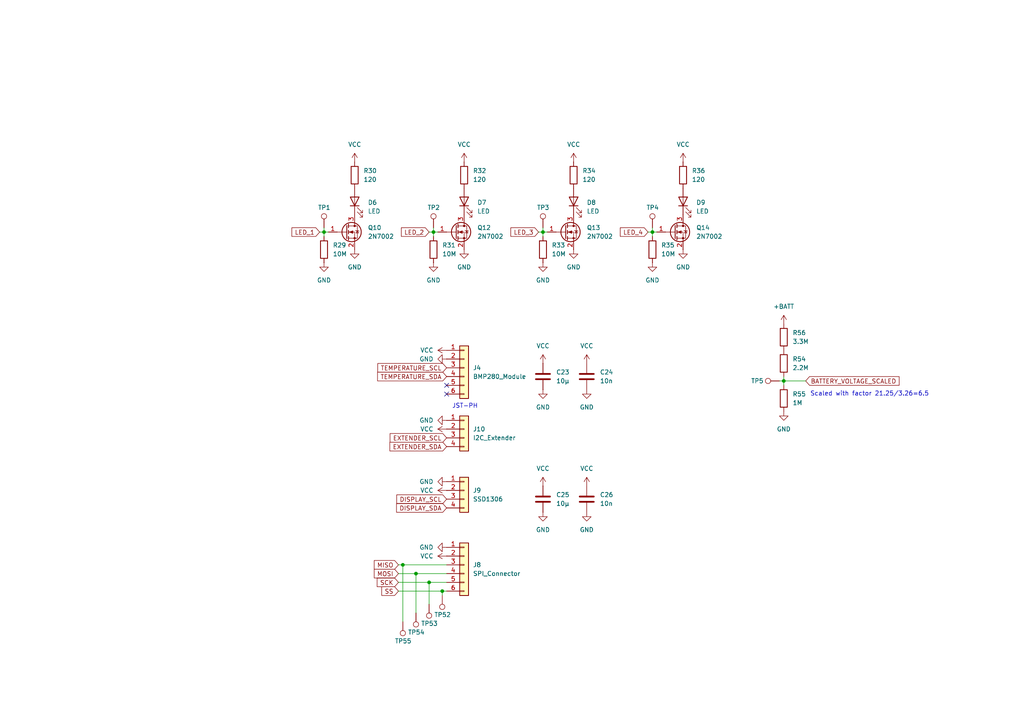
<source format=kicad_sch>
(kicad_sch (version 20231120) (generator "eeschema") (generator_version "8.0")
  (paper "A4")
  (title_block (date "2024-10-11") (rev "V0.2"))
  (lib_symbols
    (symbol "Connector:TestPoint" (pin_numbers hide) (pin_names (offset 0.762) hide)
      (property "Reference" "TP" (at 0 6.858 0))
      (property "Value" "TestPoint" (at 0 5.08 0))
      (symbol "TestPoint_0_1"
        (circle (center 0 3.302) (radius 0.762))
      )
      (symbol "TestPoint_1_1"
        (pin passive line (at 0 0 90) (length 2.54) (name "1") (number "1"))
      )
    )
    (symbol "Connector_Generic:Conn_01x04" (pin_names (offset 1.016) hide)
      (property "Reference" "J" (at 0 5.08 0))
      (property "Value" "Conn_01x04" (at 0 -7.62 0))
      (symbol "Conn_01x04_1_1"
        (rectangle (start -1.27 -4.953) (end 0 -5.207) (stroke (width 0.1524)))
        (rectangle (start -1.27 -2.413) (end 0 -2.667) (stroke (width 0.1524)))
        (rectangle (start -1.27 0.127) (end 0 -0.127) (stroke (width 0.1524)))
        (rectangle (start -1.27 2.667) (end 0 2.413) (stroke (width 0.1524)))
        (rectangle (start -1.27 3.81) (end 1.27 -6.35) (stroke (width 0.254)) (fill (type background)))
        (pin passive line (at -5.08 2.54 0) (length 3.81) (name "Pin_1") (number "1"))
        (pin passive line (at -5.08 0 0) (length 3.81) (name "Pin_2") (number "2"))
        (pin passive line (at -5.08 -2.54 0) (length 3.81) (name "Pin_3") (number "3"))
        (pin passive line (at -5.08 -5.08 0) (length 3.81) (name "Pin_4") (number "4"))
      )
    )
    (symbol "Connector_Generic:Conn_01x06" (pin_names (offset 1.016) hide)
      (property "Reference" "J" (at 0 7.62 0))
      (property "Value" "Conn_01x06" (at 0 -10.16 0))
      (symbol "Conn_01x06_1_1"
        (rectangle (start -1.27 -7.493) (end 0 -7.747) (stroke (width 0.1524)))
        (rectangle (start -1.27 -4.953) (end 0 -5.207) (stroke (width 0.1524)))
        (rectangle (start -1.27 -2.413) (end 0 -2.667) (stroke (width 0.1524)))
        (rectangle (start -1.27 0.127) (end 0 -0.127) (stroke (width 0.1524)))
        (rectangle (start -1.27 2.667) (end 0 2.413) (stroke (width 0.1524)))
        (rectangle (start -1.27 5.207) (end 0 4.953) (stroke (width 0.1524)))
        (rectangle (start -1.27 6.35) (end 1.27 -8.89) (stroke (width 0.254)) (fill (type background)))
        (pin passive line (at -5.08 5.08 0) (length 3.81) (name "Pin_1") (number "1"))
        (pin passive line (at -5.08 2.54 0) (length 3.81) (name "Pin_2") (number "2"))
        (pin passive line (at -5.08 0 0) (length 3.81) (name "Pin_3") (number "3"))
        (pin passive line (at -5.08 -2.54 0) (length 3.81) (name "Pin_4") (number "4"))
        (pin passive line (at -5.08 -5.08 0) (length 3.81) (name "Pin_5") (number "5"))
        (pin passive line (at -5.08 -7.62 0) (length 3.81) (name "Pin_6") (number "6"))
      )
    )
    (symbol "Device:C" (pin_numbers hide) (pin_names (offset 0.254))
      (property "Reference" "C" (at 0.635 2.54 0))
      (property "Value" "C" (at 0.635 -2.54 0))
      (symbol "C_0_1"
        (polyline (pts (xy -2.032 -0.762) (xy 2.032 -0.762)) (stroke (width 0.508)))
        (polyline (pts (xy -2.032 0.762) (xy 2.032 0.762)) (stroke (width 0.508)))
      )
      (symbol "C_1_1"
        (pin passive line (at 0 3.81 270) (length 2.794) (name "~") (number "1"))
        (pin passive line (at 0 -3.81 90) (length 2.794) (name "~") (number "2"))
      )
    )
    (symbol "Device:LED" (pin_numbers hide) (pin_names (offset 1.016) hide)
      (property "Reference" "D" (at 0 2.54 0))
      (property "Value" "LED" (at 0 -2.54 0))
      (symbol "LED_0_1"
        (polyline (pts (xy -1.27 -1.27) (xy -1.27 1.27)) (stroke (width 0.254)))
        (polyline (pts (xy -1.27 0) (xy 1.27 0)))
        (polyline (pts (xy 1.27 -1.27) (xy 1.27 1.27) (xy -1.27 0) (xy 1.27 -1.27)) (stroke (width 0.254)))
        (polyline (pts (xy -3.048 -0.762) (xy -4.572 -2.286) (xy -3.81 -2.286) (xy -4.572 -2.286) (xy -4.572 -1.524)))
        (polyline (pts (xy -1.778 -0.762) (xy -3.302 -2.286) (xy -2.54 -2.286) (xy -3.302 -2.286) (xy -3.302 -1.524)))
      )
      (symbol "LED_1_1"
        (pin passive line (at -3.81 0 0) (length 2.54) (name "K") (number "1"))
        (pin passive line (at 3.81 0 180) (length 2.54) (name "A") (number "2"))
      )
    )
    (symbol "Device:R" (pin_numbers hide) (pin_names (offset 0))
      (property "Reference" "R" (at 2.032 0 90))
      (property "Value" "R" (at 0 0 90))
      (symbol "R_0_1"
        (rectangle (start -1.016 -2.54) (end 1.016 2.54) (stroke (width 0.254)))
      )
      (symbol "R_1_1"
        (pin passive line (at 0 3.81 270) (length 1.27) (name "~") (number "1"))
        (pin passive line (at 0 -3.81 90) (length 1.27) (name "~") (number "2"))
      )
    )
    (symbol "Transistor_FET:2N7002" (pin_names hide)
      (property "Reference" "Q" (at 5.08 1.905 0))
      (property "Value" "2N7002" (at 5.08 0 0))
      (symbol "2N7002_0_1"
        (polyline (pts (xy 0.254 0) (xy -2.54 0)))
        (polyline (pts (xy 0.254 1.905) (xy 0.254 -1.905)) (stroke (width 0.254)))
        (polyline (pts (xy 0.762 -1.27) (xy 0.762 -2.286)) (stroke (width 0.254)))
        (polyline (pts (xy 0.762 0.508) (xy 0.762 -0.508)) (stroke (width 0.254)))
        (polyline (pts (xy 0.762 2.286) (xy 0.762 1.27)) (stroke (width 0.254)))
        (polyline (pts (xy 2.54 2.54) (xy 2.54 1.778)))
        (polyline (pts (xy 2.54 -2.54) (xy 2.54 0) (xy 0.762 0)))
        (polyline (pts (xy 0.762 -1.778) (xy 3.302 -1.778) (xy 3.302 1.778) (xy 0.762 1.778)))
        (polyline (pts (xy 1.016 0) (xy 2.032 0.381) (xy 2.032 -0.381) (xy 1.016 0)) (fill (type outline)))
        (polyline (pts (xy 2.794 0.508) (xy 2.921 0.381) (xy 3.683 0.381) (xy 3.81 0.254)))
        (polyline (pts (xy 3.302 0.381) (xy 2.921 -0.254) (xy 3.683 -0.254) (xy 3.302 0.381)))
        (circle (center 1.651 0) (radius 2.794) (stroke (width 0.254)))
        (circle (center 2.54 -1.778) (radius 0.254) (fill (type outline)))
        (circle (center 2.54 1.778) (radius 0.254) (fill (type outline)))
      )
      (symbol "2N7002_1_1"
        (pin input line (at -5.08 0 0) (length 2.54) (name "G") (number "1"))
        (pin passive line (at 2.54 -5.08 90) (length 2.54) (name "S") (number "2"))
        (pin passive line (at 2.54 5.08 270) (length 2.54) (name "D") (number "3"))
      )
    )
    (symbol "power:+BATT" (power) (pin_numbers hide) (pin_names (offset 0) hide)
      (property "Value" "+BATT" (at 0 3.556 0))
      (symbol "+BATT_0_1"
        (polyline (pts (xy -0.762 1.27) (xy 0 2.54)))
        (polyline (pts (xy 0 0) (xy 0 2.54)))
        (polyline (pts (xy 0 2.54) (xy 0.762 1.27)))
      )
      (symbol "+BATT_1_1"
        (pin power_in line (at 0 0 90) (length 0) (name "~") (number "1"))
      )
    )
    (symbol "power:GND" (power) (pin_numbers hide) (pin_names (offset 0) hide)
      (property "Value" "GND" (at 0 -3.81 0))
      (symbol "GND_0_1"
        (polyline (pts (xy 0 0) (xy 0 -1.27) (xy 1.27 -1.27) (xy 0 -2.54) (xy -1.27 -1.27) (xy 0 -1.27)))
      )
      (symbol "GND_1_1"
        (pin power_in line (at 0 0 270) (length 0) (name "~") (number "1"))
      )
    )
    (symbol "power:VCC" (power) (pin_numbers hide) (pin_names (offset 0) hide)
      (property "Value" "VCC" (at 0 3.556 0))
      (symbol "VCC_0_1"
        (polyline (pts (xy -0.762 1.27) (xy 0 2.54)))
        (polyline (pts (xy 0 0) (xy 0 2.54)))
        (polyline (pts (xy 0 2.54) (xy 0.762 1.27)))
      )
      (symbol "VCC_1_1"
        (pin power_in line (at 0 0 90) (length 0) (name "~") (number "1"))
      )
    )
  )
  (junction (at 189.23 67.31))
  (junction (at 120.65 166.37))
  (junction (at 227.33 110.49))
  (junction (at 157.48 67.31))
  (junction (at 93.98 67.31))
  (junction (at 125.73 67.31))
  (junction (at 124.46 168.91))
  (junction (at 116.84 163.83))
  (junction (at 128.27 171.45))
  (no_connect (at 129.54 111.76))
  (no_connect (at 129.54 114.3))
  (wire (pts (xy 115.57 171.45) (xy 128.27 171.45)))
  (wire (pts (xy 116.84 163.83) (xy 129.54 163.83)))
  (wire (pts (xy 227.33 110.49) (xy 233.68 110.49)))
  (wire (pts (xy 128.27 172.72) (xy 128.27 171.45)))
  (wire (pts (xy 115.57 168.91) (xy 124.46 168.91)))
  (wire (pts (xy 125.73 68.58) (xy 125.73 67.31)))
  (wire (pts (xy 189.23 67.31) (xy 190.5 67.31)))
  (wire (pts (xy 124.46 168.91) (xy 124.46 175.26)))
  (wire (pts (xy 227.33 109.22) (xy 227.33 110.49)))
  (wire (pts (xy 93.98 66.04) (xy 93.98 67.31)))
  (wire (pts (xy 120.65 166.37) (xy 129.54 166.37)))
  (wire (pts (xy 92.71 67.31) (xy 93.98 67.31)))
  (wire (pts (xy 115.57 166.37) (xy 120.65 166.37)))
  (wire (pts (xy 124.46 67.31) (xy 125.73 67.31)))
  (wire (pts (xy 226.06 110.49) (xy 227.33 110.49)))
  (wire (pts (xy 128.27 171.45) (xy 129.54 171.45)))
  (wire (pts (xy 124.46 168.91) (xy 129.54 168.91)))
  (wire (pts (xy 187.96 67.31) (xy 189.23 67.31)))
  (wire (pts (xy 120.65 166.37) (xy 120.65 177.8)))
  (wire (pts (xy 156.21 67.31) (xy 157.48 67.31)))
  (wire (pts (xy 115.57 163.83) (xy 116.84 163.83)))
  (wire (pts (xy 157.48 68.58) (xy 157.48 67.31)))
  (wire (pts (xy 125.73 67.31) (xy 127 67.31)))
  (wire (pts (xy 227.33 110.49) (xy 227.33 111.76)))
  (wire (pts (xy 125.73 66.04) (xy 125.73 67.31)))
  (wire (pts (xy 116.84 163.83) (xy 116.84 180.34)))
  (wire (pts (xy 157.48 66.04) (xy 157.48 67.31)))
  (wire (pts (xy 189.23 66.04) (xy 189.23 67.31)))
  (wire (pts (xy 157.48 67.31) (xy 158.75 67.31)))
  (wire (pts (xy 93.98 67.31) (xy 95.25 67.31)))
  (wire (pts (xy 189.23 68.58) (xy 189.23 67.31)))
  (wire (pts (xy 93.98 68.58) (xy 93.98 67.31)))
  (text "JST-PH" (at 134.874 117.856 0) (effects (font (size 1.27 1.27))))
  (text "Scaled with factor 21.25/3.26=6.5" (at 252.222 114.3 0) (effects (font (size 1.27 1.27))))
  (global_label "EXTENDER_SCL" (shape input) (at 129.54 127 180) (property "Intersheetrefs" "${INTERSHEET_REFS}" (effects (hide yes))))
  (global_label "SS" (shape input) (at 115.57 171.45 180) (property "Intersheetrefs" "${INTERSHEET_REFS}" (effects (hide yes))))
  (global_label "BATTERY_VOLTAGE_SCALED" (shape input) (at 233.68 110.49 0) (property "Intersheetrefs" "${INTERSHEET_REFS}" (effects (hide yes))))
  (global_label "TEMPERATURE_SCL" (shape input) (at 129.54 106.68 180) (property "Intersheetrefs" "${INTERSHEET_REFS}" (effects (hide yes))))
  (global_label "LED_1" (shape input) (at 92.71 67.31 180) (property "Intersheetrefs" "${INTERSHEET_REFS}" (effects (hide yes))))
  (global_label "DISPLAY_SCL" (shape input) (at 129.54 144.78 180) (property "Intersheetrefs" "${INTERSHEET_REFS}" (effects (hide yes))))
  (global_label "SCK" (shape input) (at 115.57 168.91 180) (property "Intersheetrefs" "${INTERSHEET_REFS}" (effects (hide yes))))
  (global_label "MISO" (shape input) (at 115.57 163.83 180) (property "Intersheetrefs" "${INTERSHEET_REFS}" (effects (hide yes))))
  (global_label "LED_4" (shape input) (at 187.96 67.31 180) (property "Intersheetrefs" "${INTERSHEET_REFS}" (effects (hide yes))))
  (global_label "EXTENDER_SDA" (shape input) (at 129.54 129.54 180) (property "Intersheetrefs" "${INTERSHEET_REFS}" (effects (hide yes))))
  (global_label "MOSI" (shape input) (at 115.57 166.37 180) (property "Intersheetrefs" "${INTERSHEET_REFS}" (effects (hide yes))))
  (global_label "LED_3" (shape input) (at 156.21 67.31 180) (property "Intersheetrefs" "${INTERSHEET_REFS}" (effects (hide yes))))
  (global_label "DISPLAY_SDA" (shape input) (at 129.54 147.32 180) (property "Intersheetrefs" "${INTERSHEET_REFS}" (effects (hide yes))))
  (global_label "TEMPERATURE_SDA" (shape input) (at 129.54 109.22 180) (property "Intersheetrefs" "${INTERSHEET_REFS}" (effects (hide yes))))
  (global_label "LED_2" (shape input) (at 124.46 67.31 180) (property "Intersheetrefs" "${INTERSHEET_REFS}" (effects (hide yes))))
  (symbol (lib_id "Connector:TestPoint") (at 124.46 175.26 180) (unit 1)
    (property "Reference" "TP53" (at 127 180.848 0) (effects (justify left)))
    (property "Value" "TestPoint" (effects (hide yes)))
    (property "Footprint" "TestPoint:TestPoint_Pad_D1.5mm" (effects (hide yes)))
    (property "Description" "test point" (effects (hide yes)))
  )
  (symbol (lib_id "Device:R") (at 93.98 72.39 0) (unit 1)
    (property "Reference" "R29" (at 96.52 71.1199 0) (effects (justify left)))
    (property "Value" "10M" (at 96.52 73.6599 0) (effects (justify left)))
    (property "Footprint" "Resistor_SMD:R_0805_2012Metric_Pad1.20x1.40mm_HandSolder" (effects (hide yes)))
    (property "Description" "Resistor" (effects (hide yes)))
  )
  (symbol (lib_id "Connector:TestPoint") (at 189.23 66.04 0) (unit 1)
    (property "Reference" "TP4" (at 187.452 60.198 0) (effects (justify left)))
    (property "Value" "TestPoint" (effects (hide yes)))
    (property "Footprint" "TestPoint:TestPoint_Pad_D1.5mm" (effects (hide yes)))
    (property "Description" "test point" (effects (hide yes)))
  )
  (symbol (lib_id "Connector:TestPoint") (at 93.98 66.04 0) (unit 1)
    (property "Reference" "TP1" (at 92.202 60.198 0) (effects (justify left)))
    (property "Value" "TestPoint" (effects (hide yes)))
    (property "Footprint" "TestPoint:TestPoint_Pad_D1.5mm" (effects (hide yes)))
    (property "Description" "test point" (effects (hide yes)))
  )
  (symbol (lib_id "power:GND") (at 129.54 121.92 270) (unit 1)
    (property "Reference" "#PWR0143" (effects (hide yes)))
    (property "Value" "GND" (at 125.73 121.9199 90) (effects (justify right)))
    (property "Description" "Power symbol creates a global label with name \"GND\" , ground" (effects (hide yes)))
  )
  (symbol (lib_id "Device:LED") (at 166.37 58.42 90) (unit 1)
    (property "Reference" "D8" (at 170.18 58.7374 90) (effects (justify right)))
    (property "Value" "LED" (at 170.18 61.2774 90) (effects (justify right)))
    (property "Footprint" "LED_SMD:LED_0805_2012Metric_Pad1.15x1.40mm_HandSolder" (effects (hide yes)))
    (property "Description" "Light emitting diode" (effects (hide yes)))
  )
  (symbol (lib_id "power:GND") (at 166.37 72.39 0) (unit 1)
    (property "Reference" "#PWR0121" (effects (hide yes)))
    (property "Value" "GND" (at 166.37 77.47 0))
    (property "Description" "Power symbol creates a global label with name \"GND\" , ground" (effects (hide yes)))
  )
  (symbol (lib_id "Connector_Generic:Conn_01x04") (at 134.62 142.24 0) (unit 1)
    (property "Reference" "J9" (at 137.16 142.2399 0) (effects (justify left)))
    (property "Value" "SSD1306" (at 137.16 144.7799 0) (effects (justify left)))
    (property "Footprint" "Connector_JST:JST_PH_B4B-PH-K_1x04_P2.00mm_Vertical" (effects (hide yes)))
    (property "Description" "Generic connector, single row, 01x04, script generated (kicad-library-utils/schlib/autogen/connector/)" (effects (hide yes)))
  )
  (symbol (lib_id "Connector:TestPoint") (at 120.65 177.8 180) (unit 1)
    (property "Reference" "TP54" (at 123.19 183.388 0) (effects (justify left)))
    (property "Value" "TestPoint" (effects (hide yes)))
    (property "Footprint" "TestPoint:TestPoint_Pad_D1.5mm" (effects (hide yes)))
    (property "Description" "test point" (effects (hide yes)))
  )
  (symbol (lib_id "Device:C") (at 157.48 144.78 0) (unit 1)
    (property "Reference" "C25" (at 161.29 143.5099 0) (effects (justify left)))
    (property "Value" "10µ" (at 161.29 146.0499 0) (effects (justify left)))
    (property "Footprint" "Capacitor_SMD:C_0805_2012Metric_Pad1.18x1.45mm_HandSolder" (effects (hide yes)))
    (property "Description" "Unpolarized capacitor" (effects (hide yes)))
  )
  (symbol (lib_id "Device:C") (at 170.18 109.22 0) (unit 1)
    (property "Reference" "C24" (at 173.99 107.9499 0) (effects (justify left)))
    (property "Value" "10n" (at 173.99 110.4899 0) (effects (justify left)))
    (property "Footprint" "Capacitor_SMD:C_0805_2012Metric_Pad1.18x1.45mm_HandSolder" (effects (hide yes)))
    (property "Description" "Unpolarized capacitor" (effects (hide yes)))
  )
  (symbol (lib_id "power:VCC") (at 157.48 140.97 0) (unit 1)
    (property "Reference" "#PWR089" (effects (hide yes)))
    (property "Value" "VCC" (at 157.48 135.89 0))
    (property "Description" "Power symbol creates a global label with name \"VCC\"" (effects (hide yes)))
  )
  (symbol (lib_id "Transistor_FET:2N7002") (at 100.33 67.31 0) (unit 1)
    (property "Reference" "Q10" (at 106.68 66.0399 0) (effects (justify left)))
    (property "Value" "2N7002" (at 106.68 68.5799 0) (effects (justify left)))
    (property "Footprint" "Package_TO_SOT_SMD:SOT-23" (effects (hide yes)))
    (property "Datasheet" "https://www.onsemi.com/pub/Collateral/NDS7002A-D.PDF" (effects (hide yes)))
    (property "Description" "0.115A Id, 60V Vds, N-Channel MOSFET, SOT-23" (effects (hide yes)))
  )
  (symbol (lib_id "power:GND") (at 198.12 72.39 0) (unit 1)
    (property "Reference" "#PWR0124" (effects (hide yes)))
    (property "Value" "GND" (at 198.12 77.47 0))
    (property "Description" "Power symbol creates a global label with name \"GND\" , ground" (effects (hide yes)))
  )
  (symbol (lib_id "power:VCC") (at 157.48 105.41 0) (unit 1)
    (property "Reference" "#PWR085" (effects (hide yes)))
    (property "Value" "VCC" (at 157.48 100.33 0))
    (property "Description" "Power symbol creates a global label with name \"VCC\"" (effects (hide yes)))
  )
  (symbol (lib_id "power:VCC") (at 129.54 142.24 90) (unit 1)
    (property "Reference" "#PWR035" (effects (hide yes)))
    (property "Value" "VCC" (at 125.73 142.2399 90) (effects (justify left)))
    (property "Description" "Power symbol creates a global label with name \"VCC\"" (effects (hide yes)))
  )
  (symbol (lib_id "power:GND") (at 134.62 72.39 0) (unit 1)
    (property "Reference" "#PWR0118" (effects (hide yes)))
    (property "Value" "GND" (at 134.62 77.47 0))
    (property "Description" "Power symbol creates a global label with name \"GND\" , ground" (effects (hide yes)))
  )
  (symbol (lib_id "Connector:TestPoint") (at 128.27 172.72 180) (unit 1)
    (property "Reference" "TP52" (at 130.81 178.308 0) (effects (justify left)))
    (property "Value" "TestPoint" (effects (hide yes)))
    (property "Footprint" "TestPoint:TestPoint_Pad_D1.5mm" (effects (hide yes)))
    (property "Description" "test point" (effects (hide yes)))
  )
  (symbol (lib_id "power:+BATT") (at 227.33 93.98 0) (unit 1)
    (property "Reference" "#PWR0141" (effects (hide yes)))
    (property "Value" "+BATT" (at 227.33 88.9 0))
    (property "Description" "Power symbol creates a global label with name \"+BATT\"" (effects (hide yes)))
  )
  (symbol (lib_id "Connector:TestPoint") (at 226.06 110.49 90) (unit 1)
    (property "Reference" "TP5" (at 221.488 110.49 90) (effects (justify left)))
    (property "Value" "TestPoint" (effects (hide yes)))
    (property "Footprint" "TestPoint:TestPoint_Pad_D1.5mm" (effects (hide yes)))
    (property "Description" "test point" (effects (hide yes)))
  )
  (symbol (lib_id "power:GND") (at 227.33 119.38 0) (unit 1)
    (property "Reference" "#PWR0142" (effects (hide yes)))
    (property "Value" "GND" (at 227.33 124.46 0))
    (property "Description" "Power symbol creates a global label with name \"GND\" , ground" (effects (hide yes)))
  )
  (symbol (lib_id "Transistor_FET:2N7002") (at 132.08 67.31 0) (unit 1)
    (property "Reference" "Q12" (at 138.43 66.0399 0) (effects (justify left)))
    (property "Value" "2N7002" (at 138.43 68.5799 0) (effects (justify left)))
    (property "Footprint" "Package_TO_SOT_SMD:SOT-23" (effects (hide yes)))
    (property "Datasheet" "https://www.onsemi.com/pub/Collateral/NDS7002A-D.PDF" (effects (hide yes)))
    (property "Description" "0.115A Id, 60V Vds, N-Channel MOSFET, SOT-23" (effects (hide yes)))
  )
  (symbol (lib_id "power:GND") (at 189.23 76.2 0) (unit 1)
    (property "Reference" "#PWR0122" (effects (hide yes)))
    (property "Value" "GND" (at 189.23 81.28 0))
    (property "Description" "Power symbol creates a global label with name \"GND\" , ground" (effects (hide yes)))
  )
  (symbol (lib_id "power:GND") (at 125.73 76.2 0) (unit 1)
    (property "Reference" "#PWR0116" (effects (hide yes)))
    (property "Value" "GND" (at 125.73 81.28 0))
    (property "Description" "Power symbol creates a global label with name \"GND\" , ground" (effects (hide yes)))
  )
  (symbol (lib_id "power:VCC") (at 129.54 124.46 90) (unit 1)
    (property "Reference" "#PWR0144" (effects (hide yes)))
    (property "Value" "VCC" (at 125.73 124.4599 90) (effects (justify left)))
    (property "Description" "Power symbol creates a global label with name \"VCC\"" (effects (hide yes)))
  )
  (symbol (lib_id "Device:R") (at 134.62 50.8 0) (unit 1)
    (property "Reference" "R32" (at 137.16 49.5299 0) (effects (justify left)))
    (property "Value" "120" (at 137.16 52.0699 0) (effects (justify left)))
    (property "Footprint" "Resistor_SMD:R_0805_2012Metric_Pad1.20x1.40mm_HandSolder" (effects (hide yes)))
    (property "Description" "Resistor" (effects (hide yes)))
  )
  (symbol (lib_id "power:VCC") (at 166.37 46.99 0) (unit 1)
    (property "Reference" "#PWR0120" (effects (hide yes)))
    (property "Value" "VCC" (at 166.37 41.91 0))
    (property "Description" "Power symbol creates a global label with name \"VCC\"" (effects (hide yes)))
  )
  (symbol (lib_id "power:GND") (at 157.48 148.59 0) (unit 1)
    (property "Reference" "#PWR090" (effects (hide yes)))
    (property "Value" "GND" (at 157.48 153.67 0))
    (property "Description" "Power symbol creates a global label with name \"GND\" , ground" (effects (hide yes)))
  )
  (symbol (lib_id "Device:R") (at 157.48 72.39 0) (unit 1)
    (property "Reference" "R33" (at 160.02 71.1199 0) (effects (justify left)))
    (property "Value" "10M" (at 160.02 73.6599 0) (effects (justify left)))
    (property "Footprint" "Resistor_SMD:R_0805_2012Metric_Pad1.20x1.40mm_HandSolder" (effects (hide yes)))
    (property "Description" "Resistor" (effects (hide yes)))
  )
  (symbol (lib_id "Device:R") (at 102.87 50.8 0) (unit 1)
    (property "Reference" "R30" (at 105.41 49.5299 0) (effects (justify left)))
    (property "Value" "120" (at 105.41 52.0699 0) (effects (justify left)))
    (property "Footprint" "Resistor_SMD:R_0805_2012Metric_Pad1.20x1.40mm_HandSolder" (effects (hide yes)))
    (property "Description" "Resistor" (effects (hide yes)))
  )
  (symbol (lib_id "power:GND") (at 170.18 113.03 0) (unit 1)
    (property "Reference" "#PWR088" (effects (hide yes)))
    (property "Value" "GND" (at 170.18 118.11 0))
    (property "Description" "Power symbol creates a global label with name \"GND\" , ground" (effects (hide yes)))
  )
  (symbol (lib_id "power:GND") (at 157.48 113.03 0) (unit 1)
    (property "Reference" "#PWR087" (effects (hide yes)))
    (property "Value" "GND" (at 157.48 118.11 0))
    (property "Description" "Power symbol creates a global label with name \"GND\" , ground" (effects (hide yes)))
  )
  (symbol (lib_id "Device:LED") (at 102.87 58.42 90) (unit 1)
    (property "Reference" "D6" (at 106.68 58.7374 90) (effects (justify right)))
    (property "Value" "LED" (at 106.68 61.2774 90) (effects (justify right)))
    (property "Footprint" "LED_SMD:LED_0805_2012Metric_Pad1.15x1.40mm_HandSolder" (effects (hide yes)))
    (property "Description" "Light emitting diode" (effects (hide yes)))
  )
  (symbol (lib_id "Device:R") (at 227.33 105.41 0) (unit 1)
    (property "Reference" "R54" (at 229.87 104.1399 0) (effects (justify left)))
    (property "Value" "2.2M" (at 229.87 106.6799 0) (effects (justify left)))
    (property "Footprint" "Resistor_SMD:R_0805_2012Metric_Pad1.20x1.40mm_HandSolder" (effects (hide yes)))
    (property "Description" "Resistor" (effects (hide yes)))
  )
  (symbol (lib_id "Device:C") (at 157.48 109.22 0) (unit 1)
    (property "Reference" "C23" (at 161.29 107.9499 0) (effects (justify left)))
    (property "Value" "10µ" (at 161.29 110.4899 0) (effects (justify left)))
    (property "Footprint" "Capacitor_SMD:C_0805_2012Metric_Pad1.18x1.45mm_HandSolder" (effects (hide yes)))
    (property "Description" "Unpolarized capacitor" (effects (hide yes)))
  )
  (symbol (lib_id "Connector:TestPoint") (at 157.48 66.04 0) (unit 1)
    (property "Reference" "TP3" (at 155.702 60.198 0) (effects (justify left)))
    (property "Value" "TestPoint" (effects (hide yes)))
    (property "Footprint" "TestPoint:TestPoint_Pad_D1.5mm" (effects (hide yes)))
    (property "Description" "test point" (effects (hide yes)))
  )
  (symbol (lib_id "Device:C") (at 170.18 144.78 0) (unit 1)
    (property "Reference" "C26" (at 173.99 143.5099 0) (effects (justify left)))
    (property "Value" "10n" (at 173.99 146.0499 0) (effects (justify left)))
    (property "Footprint" "Capacitor_SMD:C_0805_2012Metric_Pad1.18x1.45mm_HandSolder" (effects (hide yes)))
    (property "Description" "Unpolarized capacitor" (effects (hide yes)))
  )
  (symbol (lib_id "Device:R") (at 227.33 115.57 0) (unit 1)
    (property "Reference" "R55" (at 229.87 114.2999 0) (effects (justify left)))
    (property "Value" "1M" (at 229.87 116.8399 0) (effects (justify left)))
    (property "Footprint" "Resistor_SMD:R_0805_2012Metric_Pad1.20x1.40mm_HandSolder" (effects (hide yes)))
    (property "Description" "Resistor" (effects (hide yes)))
  )
  (symbol (lib_id "Device:R") (at 189.23 72.39 0) (unit 1)
    (property "Reference" "R35" (at 191.77 71.1199 0) (effects (justify left)))
    (property "Value" "10M" (at 191.77 73.6599 0) (effects (justify left)))
    (property "Footprint" "Resistor_SMD:R_0805_2012Metric_Pad1.20x1.40mm_HandSolder" (effects (hide yes)))
    (property "Description" "Resistor" (effects (hide yes)))
  )
  (symbol (lib_id "Device:R") (at 125.73 72.39 0) (unit 1)
    (property "Reference" "R31" (at 128.27 71.1199 0) (effects (justify left)))
    (property "Value" "10M" (at 128.27 73.6599 0) (effects (justify left)))
    (property "Footprint" "Resistor_SMD:R_0805_2012Metric_Pad1.20x1.40mm_HandSolder" (effects (hide yes)))
    (property "Description" "Resistor" (effects (hide yes)))
  )
  (symbol (lib_id "Transistor_FET:2N7002") (at 195.58 67.31 0) (unit 1)
    (property "Reference" "Q14" (at 201.93 66.0399 0) (effects (justify left)))
    (property "Value" "2N7002" (at 201.93 68.5799 0) (effects (justify left)))
    (property "Footprint" "Package_TO_SOT_SMD:SOT-23" (effects (hide yes)))
    (property "Datasheet" "https://www.onsemi.com/pub/Collateral/NDS7002A-D.PDF" (effects (hide yes)))
    (property "Description" "0.115A Id, 60V Vds, N-Channel MOSFET, SOT-23" (effects (hide yes)))
  )
  (symbol (lib_id "power:VCC") (at 170.18 140.97 0) (unit 1)
    (property "Reference" "#PWR091" (effects (hide yes)))
    (property "Value" "VCC" (at 170.18 135.89 0))
    (property "Description" "Power symbol creates a global label with name \"VCC\"" (effects (hide yes)))
  )
  (symbol (lib_id "Connector:TestPoint") (at 125.73 66.04 0) (unit 1)
    (property "Reference" "TP2" (at 123.952 60.198 0) (effects (justify left)))
    (property "Value" "TestPoint" (effects (hide yes)))
    (property "Footprint" "TestPoint:TestPoint_Pad_D1.5mm" (effects (hide yes)))
    (property "Description" "test point" (effects (hide yes)))
  )
  (symbol (lib_id "Connector_Generic:Conn_01x04") (at 134.62 124.46 0) (unit 1)
    (property "Reference" "J10" (at 137.16 124.4599 0) (effects (justify left)))
    (property "Value" "I2C_Extender" (at 137.16 126.9999 0) (effects (justify left)))
    (property "Footprint" "Connector_PinHeader_2.54mm:PinHeader_1x04_P2.54mm_Vertical" (effects (hide yes)))
    (property "Description" "Generic connector, single row, 01x04, script generated (kicad-library-utils/schlib/autogen/connector/)" (effects (hide yes)))
  )
  (symbol (lib_id "power:VCC") (at 102.87 46.99 0) (unit 1)
    (property "Reference" "#PWR0114" (effects (hide yes)))
    (property "Value" "VCC" (at 102.87 41.91 0))
    (property "Description" "Power symbol creates a global label with name \"VCC\"" (effects (hide yes)))
  )
  (symbol (lib_id "power:VCC") (at 129.54 101.6 90) (unit 1)
    (property "Reference" "#PWR014" (effects (hide yes)))
    (property "Value" "VCC" (at 125.73 101.5999 90) (effects (justify left)))
    (property "Description" "Power symbol creates a global label with name \"VCC\"" (effects (hide yes)))
  )
  (symbol (lib_id "power:VCC") (at 198.12 46.99 0) (unit 1)
    (property "Reference" "#PWR0123" (effects (hide yes)))
    (property "Value" "VCC" (at 198.12 41.91 0))
    (property "Description" "Power symbol creates a global label with name \"VCC\"" (effects (hide yes)))
  )
  (symbol (lib_id "power:GND") (at 157.48 76.2 0) (unit 1)
    (property "Reference" "#PWR0119" (effects (hide yes)))
    (property "Value" "GND" (at 157.48 81.28 0))
    (property "Description" "Power symbol creates a global label with name \"GND\" , ground" (effects (hide yes)))
  )
  (symbol (lib_id "Connector:TestPoint") (at 116.84 180.34 180) (unit 1)
    (property "Reference" "TP55" (at 119.38 185.928 0) (effects (justify left)))
    (property "Value" "TestPoint" (effects (hide yes)))
    (property "Footprint" "TestPoint:TestPoint_Pad_D1.5mm" (effects (hide yes)))
    (property "Description" "test point" (effects (hide yes)))
  )
  (symbol (lib_id "power:VCC") (at 129.54 161.29 90) (unit 1)
    (property "Reference" "#PWR0126" (effects (hide yes)))
    (property "Value" "VCC" (at 125.73 161.2899 90) (effects (justify left)))
    (property "Description" "Power symbol creates a global label with name \"VCC\"" (effects (hide yes)))
  )
  (symbol (lib_id "power:GND") (at 102.87 72.39 0) (unit 1)
    (property "Reference" "#PWR0115" (effects (hide yes)))
    (property "Value" "GND" (at 102.87 77.47 0))
    (property "Description" "Power symbol creates a global label with name \"GND\" , ground" (effects (hide yes)))
  )
  (symbol (lib_id "power:GND") (at 129.54 104.14 270) (unit 1)
    (property "Reference" "#PWR015" (effects (hide yes)))
    (property "Value" "GND" (at 125.73 104.1399 90) (effects (justify right)))
    (property "Description" "Power symbol creates a global label with name \"GND\" , ground" (effects (hide yes)))
  )
  (symbol (lib_id "Connector_Generic:Conn_01x06") (at 134.62 163.83 0) (unit 1)
    (property "Reference" "J8" (at 137.16 163.8299 0) (effects (justify left)))
    (property "Value" "SPI_Connector" (at 137.16 166.3699 0) (effects (justify left)))
    (property "Footprint" "Connector_PinHeader_2.54mm:PinHeader_1x06_P2.54mm_Vertical" (effects (hide yes)))
    (property "Description" "Generic connector, single row, 01x06, script generated (kicad-library-utils/schlib/autogen/connector/)" (effects (hide yes)))
  )
  (symbol (lib_id "power:VCC") (at 170.18 105.41 0) (unit 1)
    (property "Reference" "#PWR086" (effects (hide yes)))
    (property "Value" "VCC" (at 170.18 100.33 0))
    (property "Description" "Power symbol creates a global label with name \"VCC\"" (effects (hide yes)))
  )
  (symbol (lib_id "Transistor_FET:2N7002") (at 163.83 67.31 0) (unit 1)
    (property "Reference" "Q13" (at 170.18 66.0399 0) (effects (justify left)))
    (property "Value" "2N7002" (at 170.18 68.5799 0) (effects (justify left)))
    (property "Footprint" "Package_TO_SOT_SMD:SOT-23" (effects (hide yes)))
    (property "Datasheet" "https://www.onsemi.com/pub/Collateral/NDS7002A-D.PDF" (effects (hide yes)))
    (property "Description" "0.115A Id, 60V Vds, N-Channel MOSFET, SOT-23" (effects (hide yes)))
  )
  (symbol (lib_id "Connector_Generic:Conn_01x06") (at 134.62 106.68 0) (unit 1)
    (property "Reference" "J4" (at 137.16 106.6799 0) (effects (justify left)))
    (property "Value" "BMP280_Module" (at 137.16 109.2199 0) (effects (justify left)))
    (property "Footprint" "Connector_JST:JST_PH_B6B-PH-K_1x06_P2.00mm_Vertical" (effects (hide yes)))
    (property "Description" "Generic connector, single row, 01x06, script generated (kicad-library-utils/schlib/autogen/connector/)" (effects (hide yes)))
  )
  (symbol (lib_id "power:GND") (at 129.54 139.7 270) (unit 1)
    (property "Reference" "#PWR034" (effects (hide yes)))
    (property "Value" "GND" (at 125.73 139.6999 90) (effects (justify right)))
    (property "Description" "Power symbol creates a global label with name \"GND\" , ground" (effects (hide yes)))
  )
  (symbol (lib_id "Device:R") (at 227.33 97.79 0) (unit 1)
    (property "Reference" "R56" (at 229.87 96.5199 0) (effects (justify left)))
    (property "Value" "3.3M" (at 229.87 99.0599 0) (effects (justify left)))
    (property "Footprint" "Resistor_SMD:R_0805_2012Metric_Pad1.20x1.40mm_HandSolder" (effects (hide yes)))
    (property "Description" "Resistor" (effects (hide yes)))
  )
  (symbol (lib_id "power:GND") (at 170.18 148.59 0) (unit 1)
    (property "Reference" "#PWR092" (effects (hide yes)))
    (property "Value" "GND" (at 170.18 153.67 0))
    (property "Description" "Power symbol creates a global label with name \"GND\" , ground" (effects (hide yes)))
  )
  (symbol (lib_id "power:GND") (at 93.98 76.2 0) (unit 1)
    (property "Reference" "#PWR0113" (effects (hide yes)))
    (property "Value" "GND" (at 93.98 81.28 0))
    (property "Description" "Power symbol creates a global label with name \"GND\" , ground" (effects (hide yes)))
  )
  (symbol (lib_id "Device:R") (at 166.37 50.8 0) (unit 1)
    (property "Reference" "R34" (at 168.91 49.5299 0) (effects (justify left)))
    (property "Value" "120" (at 168.91 52.0699 0) (effects (justify left)))
    (property "Footprint" "Resistor_SMD:R_0805_2012Metric_Pad1.20x1.40mm_HandSolder" (effects (hide yes)))
    (property "Description" "Resistor" (effects (hide yes)))
  )
  (symbol (lib_id "power:GND") (at 129.54 158.75 270) (unit 1)
    (property "Reference" "#PWR0125" (effects (hide yes)))
    (property "Value" "GND" (at 125.73 158.7499 90) (effects (justify right)))
    (property "Description" "Power symbol creates a global label with name \"GND\" , ground" (effects (hide yes)))
  )
  (symbol (lib_id "Device:R") (at 198.12 50.8 0) (unit 1)
    (property "Reference" "R36" (at 200.66 49.5299 0) (effects (justify left)))
    (property "Value" "120" (at 200.66 52.0699 0) (effects (justify left)))
    (property "Footprint" "Resistor_SMD:R_0805_2012Metric_Pad1.20x1.40mm_HandSolder" (effects (hide yes)))
    (property "Description" "Resistor" (effects (hide yes)))
  )
  (symbol (lib_id "Device:LED") (at 134.62 58.42 90) (unit 1)
    (property "Reference" "D7" (at 138.43 58.7374 90) (effects (justify right)))
    (property "Value" "LED" (at 138.43 61.2774 90) (effects (justify right)))
    (property "Footprint" "LED_SMD:LED_0805_2012Metric_Pad1.15x1.40mm_HandSolder" (effects (hide yes)))
    (property "Description" "Light emitting diode" (effects (hide yes)))
  )
  (symbol (lib_id "power:VCC") (at 134.62 46.99 0) (unit 1)
    (property "Reference" "#PWR0117" (effects (hide yes)))
    (property "Value" "VCC" (at 134.62 41.91 0))
    (property "Description" "Power symbol creates a global label with name \"VCC\"" (effects (hide yes)))
  )
  (symbol (lib_id "Device:LED") (at 198.12 58.42 90) (unit 1)
    (property "Reference" "D9" (at 201.93 58.7374 90) (effects (justify right)))
    (property "Value" "LED" (at 201.93 61.2774 90) (effects (justify right)))
    (property "Footprint" "LED_SMD:LED_0805_2012Metric_Pad1.15x1.40mm_HandSolder" (effects (hide yes)))
    (property "Description" "Light emitting diode" (effects (hide yes)))
  )
)
</source>
